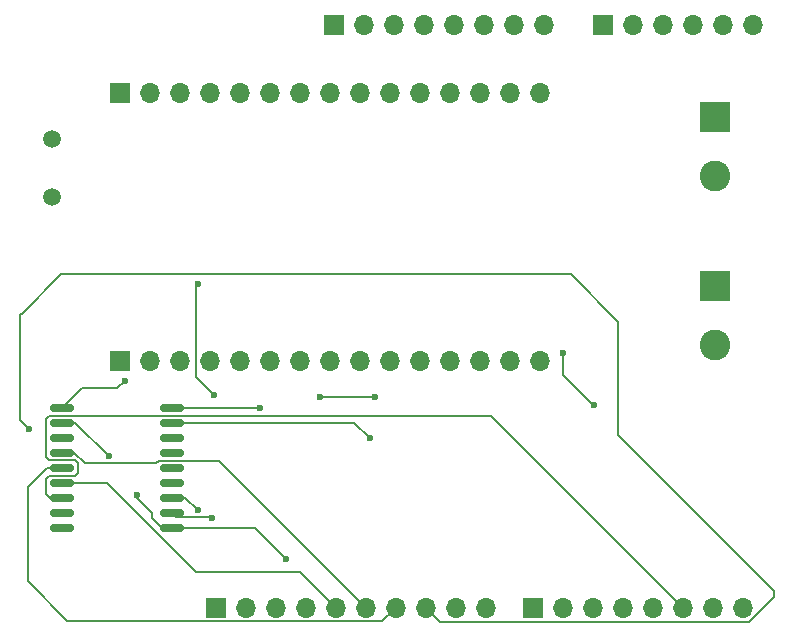
<source format=gbr>
%TF.GenerationSoftware,KiCad,Pcbnew,8.0.2-1*%
%TF.CreationDate,2024-05-15T16:31:45-04:00*%
%TF.ProjectId,ORA_Arduino_ESP_CAN_Shield,4f52415f-4172-4647-9569-6e6f5f455350,rev?*%
%TF.SameCoordinates,Original*%
%TF.FileFunction,Copper,L2,Bot*%
%TF.FilePolarity,Positive*%
%FSLAX46Y46*%
G04 Gerber Fmt 4.6, Leading zero omitted, Abs format (unit mm)*
G04 Created by KiCad (PCBNEW 8.0.2-1) date 2024-05-15 16:31:45*
%MOMM*%
%LPD*%
G01*
G04 APERTURE LIST*
G04 Aperture macros list*
%AMRoundRect*
0 Rectangle with rounded corners*
0 $1 Rounding radius*
0 $2 $3 $4 $5 $6 $7 $8 $9 X,Y pos of 4 corners*
0 Add a 4 corners polygon primitive as box body*
4,1,4,$2,$3,$4,$5,$6,$7,$8,$9,$2,$3,0*
0 Add four circle primitives for the rounded corners*
1,1,$1+$1,$2,$3*
1,1,$1+$1,$4,$5*
1,1,$1+$1,$6,$7*
1,1,$1+$1,$8,$9*
0 Add four rect primitives between the rounded corners*
20,1,$1+$1,$2,$3,$4,$5,0*
20,1,$1+$1,$4,$5,$6,$7,0*
20,1,$1+$1,$6,$7,$8,$9,0*
20,1,$1+$1,$8,$9,$2,$3,0*%
G04 Aperture macros list end*
%TA.AperFunction,ComponentPad*%
%ADD10R,1.700000X1.700000*%
%TD*%
%TA.AperFunction,ComponentPad*%
%ADD11O,1.700000X1.700000*%
%TD*%
%TA.AperFunction,SMDPad,CuDef*%
%ADD12RoundRect,0.150000X0.875000X0.150000X-0.875000X0.150000X-0.875000X-0.150000X0.875000X-0.150000X0*%
%TD*%
%TA.AperFunction,ComponentPad*%
%ADD13R,2.600000X2.600000*%
%TD*%
%TA.AperFunction,ComponentPad*%
%ADD14C,2.600000*%
%TD*%
%TA.AperFunction,ComponentPad*%
%ADD15C,1.500000*%
%TD*%
%TA.AperFunction,ViaPad*%
%ADD16C,0.600000*%
%TD*%
%TA.AperFunction,Conductor*%
%ADD17C,0.200000*%
%TD*%
G04 APERTURE END LIST*
D10*
%TO.P,Digital_1,1,Pin_1*%
%TO.N,SCL*%
X41695000Y-74670000D03*
D11*
%TO.P,Digital_1,2,Pin_2*%
%TO.N,SDA*%
X44235000Y-74670000D03*
%TO.P,Digital_1,3,Pin_3*%
%TO.N,AREF*%
X46775000Y-74670000D03*
%TO.P,Digital_1,4,Pin_4*%
%TO.N,GND*%
X49315000Y-74670000D03*
%TO.P,Digital_1,5,Pin_5*%
%TO.N,SCK*%
X51855000Y-74670000D03*
%TO.P,Digital_1,6,Pin_6*%
%TO.N,SO*%
X54395000Y-74670000D03*
%TO.P,Digital_1,7,Pin_7*%
%TO.N,SI*%
X56935000Y-74670000D03*
%TO.P,Digital_1,8,Pin_8*%
%TO.N,CS*%
X59475000Y-74670000D03*
%TO.P,Digital_1,9,Pin_9*%
%TO.N,D9*%
X62015000Y-74670000D03*
%TO.P,Digital_1,10,Pin_10*%
%TO.N,D8*%
X64555000Y-74670000D03*
%TD*%
D10*
%TO.P,Power_1,1,Pin_1*%
%TO.N,unconnected-(Power_1-Pin_1-Pad1)*%
X51715000Y-25320000D03*
D11*
%TO.P,Power_1,2,Pin_2*%
%TO.N,IOREF*%
X54255000Y-25320000D03*
%TO.P,Power_1,3,Pin_3*%
%TO.N,RESET*%
X56795000Y-25320000D03*
%TO.P,Power_1,4,Pin_4*%
%TO.N,3.3V*%
X59335000Y-25320000D03*
%TO.P,Power_1,5,Pin_5*%
%TO.N,+5V*%
X61875000Y-25320000D03*
%TO.P,Power_1,6,Pin_6*%
%TO.N,GND*%
X64415000Y-25320000D03*
%TO.P,Power_1,7,Pin_7*%
X66955000Y-25320000D03*
%TO.P,Power_1,8,Pin_8*%
%TO.N,Vin*%
X69495000Y-25320000D03*
%TD*%
D10*
%TO.P,Analog_1,1,Pin_1*%
%TO.N,A0*%
X74495000Y-25300000D03*
D11*
%TO.P,Analog_1,2,Pin_2*%
%TO.N,A1*%
X77035000Y-25300000D03*
%TO.P,Analog_1,3,Pin_3*%
%TO.N,A2*%
X79575000Y-25300000D03*
%TO.P,Analog_1,4,Pin_4*%
%TO.N,A3*%
X82115000Y-25300000D03*
%TO.P,Analog_1,5,Pin_5*%
%TO.N,A4*%
X84655000Y-25300000D03*
%TO.P,Analog_1,6,Pin_6*%
%TO.N,A5*%
X87195000Y-25300000D03*
%TD*%
D10*
%TO.P,Digital_2,1,Pin_1*%
%TO.N,D7*%
X68545000Y-74690000D03*
D11*
%TO.P,Digital_2,2,Pin_2*%
%TO.N,D6*%
X71085000Y-74690000D03*
%TO.P,Digital_2,3,Pin_3*%
%TO.N,D5*%
X73625000Y-74690000D03*
%TO.P,Digital_2,4,Pin_4*%
%TO.N,D4*%
X76165000Y-74690000D03*
%TO.P,Digital_2,5,Pin_5*%
%TO.N,D3*%
X78705000Y-74690000D03*
%TO.P,Digital_2,6,Pin_6*%
%TO.N,INT*%
X81245000Y-74690000D03*
%TO.P,Digital_2,7,Pin_7*%
%TO.N,D1_TX*%
X83785000Y-74690000D03*
%TO.P,Digital_2,8,Pin_8*%
%TO.N,D1_RX*%
X86325000Y-74690000D03*
%TD*%
D12*
%TO.P,U2,1,TXCAN*%
%TO.N,Net-(U2-TXCAN)*%
X37975000Y-57730000D03*
%TO.P,U2,2,RXCAN*%
%TO.N,Net-(U2-RXCAN)*%
X37975000Y-59000000D03*
%TO.P,U2,3,CLKOUT/SOF*%
%TO.N,unconnected-(U2-CLKOUT{slash}SOF-Pad3)*%
X37975000Y-60270000D03*
%TO.P,U2,4,~{TX0RTS}*%
%TO.N,unconnected-(U2-~{TX0RTS}-Pad4)*%
X37975000Y-61540000D03*
%TO.P,U2,5,~{TX1RTS}*%
%TO.N,unconnected-(U2-~{TX1RTS}-Pad5)*%
X37975000Y-62810000D03*
%TO.P,U2,6,~{TX2RTS}*%
%TO.N,unconnected-(U2-~{TX2RTS}-Pad6)*%
X37975000Y-64080000D03*
%TO.P,U2,7,OSC2*%
%TO.N,Net-(U2-OSC2)*%
X37975000Y-65350000D03*
%TO.P,U2,8,OSC1*%
%TO.N,Net-(U2-OSC1)*%
X37975000Y-66620000D03*
%TO.P,U2,9,VSS*%
%TO.N,GND*%
X37975000Y-67890000D03*
%TO.P,U2,10,~{RX1BF}*%
%TO.N,unconnected-(U2-~{RX1BF}-Pad10)*%
X28675000Y-67890000D03*
%TO.P,U2,11,~{RX0BF}*%
%TO.N,unconnected-(U2-~{RX0BF}-Pad11)*%
X28675000Y-66620000D03*
%TO.P,U2,12,~{INT}*%
%TO.N,INT*%
X28675000Y-65350000D03*
%TO.P,U2,13,SCK*%
%TO.N,SCK*%
X28675000Y-64080000D03*
%TO.P,U2,14,SI*%
%TO.N,SI*%
X28675000Y-62810000D03*
%TO.P,U2,15,SO*%
%TO.N,SO*%
X28675000Y-61540000D03*
%TO.P,U2,16,~{CS}*%
%TO.N,CS*%
X28675000Y-60270000D03*
%TO.P,U2,17,~{RESET}*%
%TO.N,Net-(U2-~{RESET})*%
X28675000Y-59000000D03*
%TO.P,U2,18,VDD*%
%TO.N,+5V*%
X28675000Y-57730000D03*
%TD*%
D10*
%TO.P,EN_1,1,Pin_1*%
%TO.N,+5V*%
X33565000Y-53790000D03*
D11*
%TO.P,EN_1,2,Pin_2*%
%TO.N,GND*%
X36105000Y-53790000D03*
%TO.P,EN_1,3,Pin_3*%
%TO.N,unconnected-(EN_1-Pin_3-Pad3)*%
X38645000Y-53790000D03*
%TO.P,EN_1,4,Pin_4*%
%TO.N,unconnected-(EN_1-Pin_4-Pad4)*%
X41185000Y-53790000D03*
%TO.P,EN_1,5,Pin_5*%
%TO.N,unconnected-(EN_1-Pin_5-Pad5)*%
X43725000Y-53790000D03*
%TO.P,EN_1,6,Pin_6*%
%TO.N,unconnected-(EN_1-Pin_6-Pad6)*%
X46265000Y-53790000D03*
%TO.P,EN_1,7,Pin_7*%
%TO.N,unconnected-(EN_1-Pin_7-Pad7)*%
X48805000Y-53790000D03*
%TO.P,EN_1,8,Pin_8*%
%TO.N,unconnected-(EN_1-Pin_8-Pad8)*%
X51345000Y-53790000D03*
%TO.P,EN_1,9,Pin_9*%
%TO.N,unconnected-(EN_1-Pin_9-Pad9)*%
X53885000Y-53790000D03*
%TO.P,EN_1,10,Pin_10*%
%TO.N,unconnected-(EN_1-Pin_10-Pad10)*%
X56425000Y-53790000D03*
%TO.P,EN_1,11,Pin_11*%
%TO.N,unconnected-(EN_1-Pin_11-Pad11)*%
X58965000Y-53790000D03*
%TO.P,EN_1,12,Pin_12*%
%TO.N,unconnected-(EN_1-Pin_12-Pad12)*%
X61505000Y-53790000D03*
%TO.P,EN_1,13,Pin_13*%
%TO.N,unconnected-(EN_1-Pin_13-Pad13)*%
X64045000Y-53790000D03*
%TO.P,EN_1,14,Pin_14*%
%TO.N,unconnected-(EN_1-Pin_14-Pad14)*%
X66585000Y-53790000D03*
%TO.P,EN_1,15,Pin_15*%
%TO.N,unconnected-(EN_1-Pin_15-Pad15)*%
X69125000Y-53790000D03*
%TD*%
D13*
%TO.P,J1,1,Pin_1*%
%TO.N,CAN_L*%
X83990000Y-47420000D03*
D14*
%TO.P,J1,2,Pin_2*%
%TO.N,CAN_H*%
X83990000Y-52420000D03*
%TD*%
D13*
%TO.P,J2,1,Pin_1*%
%TO.N,CAN_L*%
X83940000Y-33110000D03*
D14*
%TO.P,J2,2,Pin_2*%
%TO.N,CAN_H*%
X83940000Y-38110000D03*
%TD*%
D10*
%TO.P,BOOT_1,1,Pin_1*%
%TO.N,unconnected-(BOOT_1-Pin_1-Pad1)*%
X33615000Y-31070000D03*
D11*
%TO.P,BOOT_1,2,Pin_2*%
%TO.N,SCL*%
X36155000Y-31070000D03*
%TO.P,BOOT_1,3,Pin_3*%
%TO.N,unconnected-(BOOT_1-Pin_3-Pad3)*%
X38695000Y-31070000D03*
%TO.P,BOOT_1,4,Pin_4*%
%TO.N,unconnected-(BOOT_1-Pin_4-Pad4)*%
X41235000Y-31070000D03*
%TO.P,BOOT_1,5,Pin_5*%
%TO.N,SDA*%
X43775000Y-31070000D03*
%TO.P,BOOT_1,6,Pin_6*%
%TO.N,unconnected-(BOOT_1-Pin_6-Pad6)*%
X46315000Y-31070000D03*
%TO.P,BOOT_1,7,Pin_7*%
%TO.N,unconnected-(BOOT_1-Pin_7-Pad7)*%
X48855000Y-31070000D03*
%TO.P,BOOT_1,8,Pin_8*%
%TO.N,unconnected-(BOOT_1-Pin_8-Pad8)*%
X51395000Y-31070000D03*
%TO.P,BOOT_1,9,Pin_9*%
%TO.N,unconnected-(BOOT_1-Pin_9-Pad9)*%
X53935000Y-31070000D03*
%TO.P,BOOT_1,10,Pin_10*%
%TO.N,unconnected-(BOOT_1-Pin_10-Pad10)*%
X56475000Y-31070000D03*
%TO.P,BOOT_1,11,Pin_11*%
%TO.N,unconnected-(BOOT_1-Pin_11-Pad11)*%
X59015000Y-31070000D03*
%TO.P,BOOT_1,12,Pin_12*%
%TO.N,unconnected-(BOOT_1-Pin_12-Pad12)*%
X61555000Y-31070000D03*
%TO.P,BOOT_1,13,Pin_13*%
%TO.N,unconnected-(BOOT_1-Pin_13-Pad13)*%
X64095000Y-31070000D03*
%TO.P,BOOT_1,14,Pin_14*%
%TO.N,unconnected-(BOOT_1-Pin_14-Pad14)*%
X66635000Y-31070000D03*
%TO.P,BOOT_1,15,Pin_15*%
%TO.N,unconnected-(BOOT_1-Pin_15-Pad15)*%
X69175000Y-31070000D03*
%TD*%
D15*
%TO.P,Y1,1,1*%
%TO.N,Net-(U2-OSC1)*%
X27865000Y-39870000D03*
%TO.P,Y1,2,2*%
%TO.N,Net-(U2-OSC2)*%
X27865000Y-34990000D03*
%TD*%
D16*
%TO.N,Net-(U2-OSC2)*%
X40165000Y-66410000D03*
%TO.N,Net-(U2-OSC1)*%
X40225000Y-47240000D03*
X41365000Y-67040000D03*
X41585000Y-56650000D03*
%TO.N,+5V*%
X33975000Y-55460000D03*
%TO.N,GND*%
X55135000Y-56860000D03*
X50505000Y-56840000D03*
X47665000Y-70530000D03*
X35035000Y-65090000D03*
%TO.N,CS*%
X28675000Y-60290000D03*
X25855000Y-59530000D03*
%TO.N,CAN_L*%
X73705000Y-57520000D03*
X71115000Y-53110000D03*
%TO.N,Net-(U2-~{RESET})*%
X32625000Y-61820000D03*
%TO.N,Net-(U2-RXCAN)*%
X54775000Y-60330000D03*
%TO.N,Net-(U2-TXCAN)*%
X45415000Y-57780000D03*
%TD*%
D17*
%TO.N,Net-(U2-OSC2)*%
X37975000Y-65350000D02*
X39105000Y-65350000D01*
X39105000Y-65350000D02*
X40165000Y-66410000D01*
%TO.N,Net-(U2-OSC1)*%
X40225000Y-47240000D02*
X40245000Y-47240000D01*
X40245000Y-47240000D02*
X40185000Y-47300000D01*
X40035000Y-47450000D02*
X40225000Y-47260000D01*
X41315000Y-67040000D02*
X41365000Y-67040000D01*
X40035000Y-55100000D02*
X40035000Y-47450000D01*
X41365000Y-67040000D02*
X41365000Y-67090000D01*
X41365000Y-67090000D02*
X41305000Y-67030000D01*
X41585000Y-56650000D02*
X40035000Y-55100000D01*
X40225000Y-47260000D02*
X40225000Y-47240000D01*
X38365000Y-67010000D02*
X41285000Y-67010000D01*
X41285000Y-67010000D02*
X41315000Y-67040000D01*
X37975000Y-66620000D02*
X38365000Y-67010000D01*
%TO.N,+5V*%
X33365000Y-56070000D02*
X33975000Y-55460000D01*
X28675000Y-57730000D02*
X30335000Y-56070000D01*
X30335000Y-56070000D02*
X33365000Y-56070000D01*
%TO.N,SO*%
X36669448Y-62450000D02*
X36909448Y-62210000D01*
X30616238Y-62450000D02*
X36669448Y-62450000D01*
X36909448Y-62210000D02*
X41935000Y-62210000D01*
X29706238Y-61540000D02*
X30616238Y-62450000D01*
X28675000Y-61540000D02*
X29706238Y-61540000D01*
X41935000Y-62210000D02*
X54395000Y-74670000D01*
%TO.N,GND*%
X47665000Y-70530000D02*
X47685000Y-70550000D01*
X45025000Y-67890000D02*
X47665000Y-70530000D01*
X55135000Y-56860000D02*
X55155000Y-56840000D01*
X35035000Y-65345552D02*
X36295000Y-66605552D01*
X37975000Y-67890000D02*
X45025000Y-67890000D01*
X37145000Y-67890000D02*
X37975000Y-67890000D01*
X35035000Y-65090000D02*
X35035000Y-65345552D01*
X36295000Y-66605552D02*
X36295000Y-67040000D01*
X50505000Y-56840000D02*
X55135000Y-56860000D01*
X36295000Y-67040000D02*
X37145000Y-67890000D01*
X55155000Y-56840000D02*
X55175000Y-56820000D01*
%TO.N,SI*%
X27405000Y-62810000D02*
X25785000Y-64430000D01*
X40475000Y-75750000D02*
X40545000Y-75820000D01*
X55785000Y-75820000D02*
X56935000Y-74670000D01*
X29115000Y-75750000D02*
X40475000Y-75750000D01*
X40545000Y-75820000D02*
X55785000Y-75820000D01*
X25785000Y-72420000D02*
X29115000Y-75750000D01*
X28675000Y-62810000D02*
X27405000Y-62810000D01*
X25785000Y-64430000D02*
X25785000Y-72420000D01*
%TO.N,SCK*%
X40049448Y-71630000D02*
X48815000Y-71630000D01*
X32499448Y-64080000D02*
X40049448Y-71630000D01*
X48815000Y-71630000D02*
X51855000Y-74670000D01*
X28675000Y-64080000D02*
X32499448Y-64080000D01*
%TO.N,CS*%
X25125000Y-49760000D02*
X25125000Y-58740000D01*
X75775000Y-60080000D02*
X75775000Y-50460000D01*
X25855000Y-59530000D02*
X25835000Y-59470000D01*
X88915000Y-73726346D02*
X88915000Y-73220000D01*
X28595000Y-46450000D02*
X25285000Y-49760000D01*
X25125000Y-58740000D02*
X25835000Y-59450000D01*
X60645000Y-75840000D02*
X86801346Y-75840000D01*
X25835000Y-59450000D02*
X25855000Y-59530000D01*
X71765000Y-46450000D02*
X28595000Y-46450000D01*
X86801346Y-75840000D02*
X88915000Y-73726346D01*
X75775000Y-50460000D02*
X71765000Y-46450000D01*
X25285000Y-49760000D02*
X25125000Y-49760000D01*
X88915000Y-73220000D02*
X75775000Y-60080000D01*
X59475000Y-74670000D02*
X60645000Y-75840000D01*
%TO.N,INT*%
X27350000Y-63739448D02*
X27609448Y-63480000D01*
X30000000Y-63220552D02*
X30000000Y-62399448D01*
X29740552Y-62140000D02*
X27609448Y-62140000D01*
X27350000Y-61880552D02*
X27350000Y-58659448D01*
X27650001Y-65350000D02*
X27350000Y-65049999D01*
X27609448Y-63480000D02*
X29740552Y-63480000D01*
X30000000Y-62399448D02*
X29740552Y-62140000D01*
X27350000Y-65049999D02*
X27350000Y-63739448D01*
X27609448Y-58400000D02*
X64955000Y-58400000D01*
X27609448Y-62140000D02*
X27350000Y-61880552D01*
X27350000Y-58659448D02*
X27609448Y-58400000D01*
X28675000Y-65350000D02*
X27650001Y-65350000D01*
X64955000Y-58400000D02*
X81245000Y-74690000D01*
X29740552Y-63480000D02*
X30000000Y-63220552D01*
%TO.N,CAN_L*%
X71115000Y-53110000D02*
X71115000Y-54970000D01*
X73665000Y-57520000D02*
X73705000Y-57520000D01*
X71115000Y-54970000D02*
X73665000Y-57520000D01*
X73705000Y-57560000D02*
X73675000Y-57530000D01*
X73705000Y-57520000D02*
X73705000Y-57560000D01*
%TO.N,Net-(U2-~{RESET})*%
X29805000Y-59000000D02*
X32625000Y-61820000D01*
X28675000Y-59000000D02*
X29805000Y-59000000D01*
%TO.N,Net-(U2-RXCAN)*%
X54765000Y-60330000D02*
X53435000Y-59000000D01*
X53435000Y-59000000D02*
X37975000Y-59000000D01*
X54775000Y-60330000D02*
X54765000Y-60330000D01*
%TO.N,Net-(U2-TXCAN)*%
X45365000Y-57730000D02*
X37975000Y-57730000D01*
X45415000Y-57780000D02*
X45365000Y-57730000D01*
%TD*%
M02*

</source>
